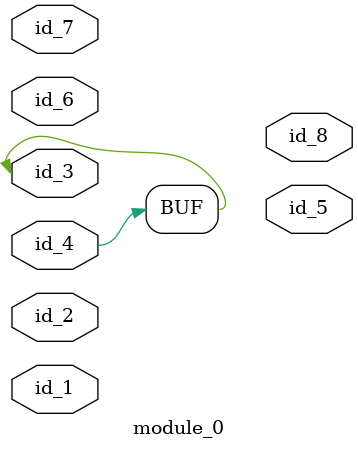
<source format=v>
module module_0 (
    id_1,
    id_2,
    id_3,
    id_4,
    id_5,
    id_6,
    id_7,
    id_8
);
  output id_8;
  input id_7;
  input id_6;
  output id_5;
  input id_4;
  inout id_3;
  input id_2;
  inout id_1;
  assign id_3 = id_4;
endmodule

</source>
